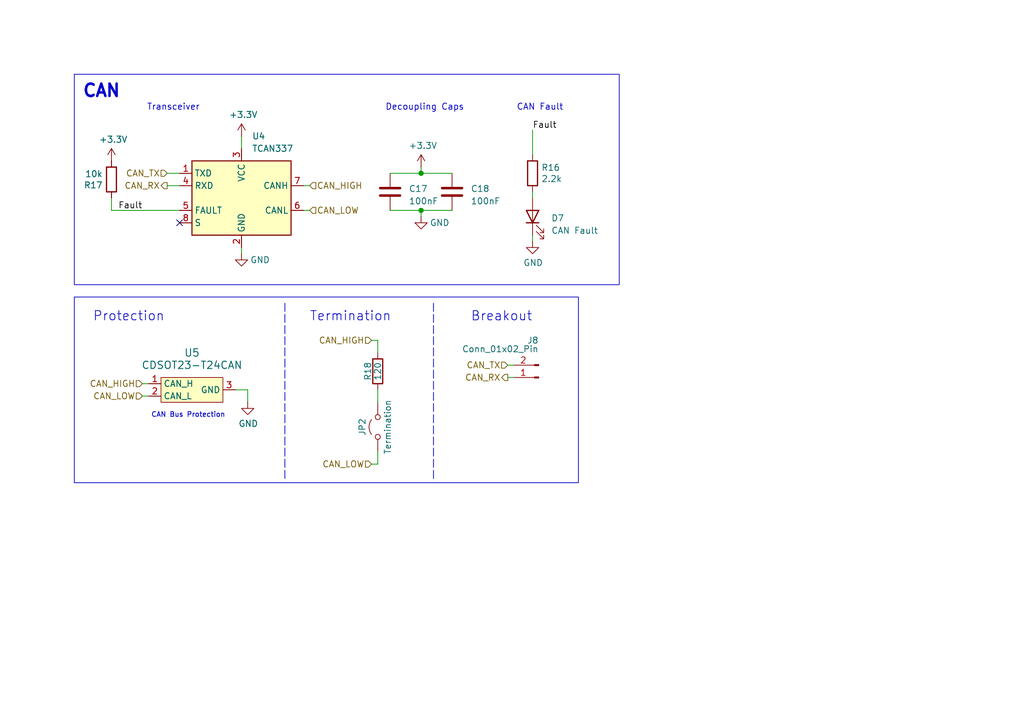
<source format=kicad_sch>
(kicad_sch (version 20250114) (generator "eeschema") (generator_version "9.0")
  (paper "A5")
  (lib_symbols
    (symbol "Connector:Conn_01x02_Pin" (pin_names (offset 1.016) (hide yes))
      (property "Reference" "J" (at 0 2.54 0))
      (property "Value" "Conn_01x02_Pin" (at 0 -5.08 0))
      (symbol "Conn_01x02_Pin_1_1"
        (rectangle (start 0.8636 0.127) (end 0 -0.127) (stroke (width 0.1524)) (fill (type outline)))
        (rectangle (start 0.8636 -2.413) (end 0 -2.667) (stroke (width 0.1524)) (fill (type outline)))
        (polyline (pts (xy 1.27 0) (xy 0.8636 0)) (stroke (width 0.1524)))
        (polyline (pts (xy 1.27 -2.54) (xy 0.8636 -2.54)) (stroke (width 0.1524)))
        (pin passive line (at 5.08 0 180) (length 3.81) (name "Pin_1") (number "1"))
        (pin passive line (at 5.08 -2.54 180) (length 3.81) (name "Pin_2") (number "2"))
      )
    )
    (symbol "Device:C" (pin_numbers (hide yes)) (pin_names (offset 0.254))
      (property "Reference" "C" (at 0.635 2.54 0))
      (property "Value" "C" (at 0.635 -2.54 0))
      (symbol "C_0_1"
        (polyline (pts (xy -2.032 0.762) (xy 2.032 0.762)) (stroke (width 0.508)))
        (polyline (pts (xy -2.032 -0.762) (xy 2.032 -0.762)) (stroke (width 0.508)))
      )
      (symbol "C_1_1"
        (pin passive line (at 0 3.81 270) (length 2.794) (name "~") (number "1"))
        (pin passive line (at 0 -3.81 90) (length 2.794) (name "~") (number "2"))
      )
    )
    (symbol "Device:LED" (pin_numbers (hide yes)) (pin_names (offset 1.016) (hide yes))
      (property "Reference" "D" (at 0 2.54 0))
      (property "Value" "LED" (at 0 -2.54 0))
      (symbol "LED_0_1"
        (polyline (pts (xy -3.048 -0.762) (xy -4.572 -2.286) (xy -3.81 -2.286) (xy -4.572 -2.286) (xy -4.572 -1.524)))
        (polyline (pts (xy -1.778 -0.762) (xy -3.302 -2.286) (xy -2.54 -2.286) (xy -3.302 -2.286) (xy -3.302 -1.524)))
        (polyline (pts (xy -1.27 0) (xy 1.27 0)))
        (polyline (pts (xy -1.27 -1.27) (xy -1.27 1.27)) (stroke (width 0.254)))
        (polyline (pts (xy 1.27 -1.27) (xy 1.27 1.27) (xy -1.27 0) (xy 1.27 -1.27)) (stroke (width 0.254)))
      )
      (symbol "LED_1_1"
        (pin passive line (at -3.81 0 0) (length 2.54) (name "K") (number "1"))
        (pin passive line (at 3.81 0 180) (length 2.54) (name "A") (number "2"))
      )
    )
    (symbol "Device:R" (pin_numbers (hide yes)) (pin_names (offset 0))
      (property "Reference" "R" (at 2.032 0 90))
      (property "Value" "R" (at 0 0 90))
      (symbol "R_0_1"
        (rectangle (start -1.016 -2.54) (end 1.016 2.54) (stroke (width 0.254)))
      )
      (symbol "R_1_1"
        (pin passive line (at 0 3.81 270) (length 1.27) (name "~") (number "1"))
        (pin passive line (at 0 -3.81 90) (length 1.27) (name "~") (number "2"))
      )
    )
    (symbol "Jumper:Jumper_2_Open" (pin_numbers (hide yes)) (pin_names (offset 0) (hide yes)) (exclude_from_sim yes)
      (property "Reference" "JP" (at 0 2.794 0))
      (property "Value" "Jumper_2_Open" (at 0 -2.286 0))
      (symbol "Jumper_2_Open_0_0"
        (circle (center -2.032 0) (radius 0.508))
        (circle (center 2.032 0) (radius 0.508))
      )
      (symbol "Jumper_2_Open_0_1"
        (arc (start -1.524 1.27) (mid 0 1.778) (end 1.524 1.27))
      )
      (symbol "Jumper_2_Open_1_1"
        (pin passive line (at -5.08 0 0) (length 2.54) (name "A") (number "1"))
        (pin passive line (at 5.08 0 180) (length 2.54) (name "B") (number "2"))
      )
    )
    (symbol "power:+3.3V" (power) (pin_numbers (hide yes)) (pin_names (offset 0) (hide yes))
      (property "Value" "+3.3V" (at 0 3.556 0))
      (symbol "+3.3V_0_1"
        (polyline (pts (xy -0.762 1.27) (xy 0 2.54)))
        (polyline (pts (xy 0 2.54) (xy 0.762 1.27)))
        (polyline (pts (xy 0 0) (xy 0 2.54)))
      )
      (symbol "+3.3V_1_1"
        (pin power_in line (at 0 0 90) (length 0) (name "~") (number "1"))
      )
    )
    (symbol "power:GND" (power) (pin_numbers (hide yes)) (pin_names (offset 0) (hide yes))
      (property "Value" "GND" (at 0 -3.81 0))
      (symbol "GND_0_1"
        (polyline (pts (xy 0 0) (xy 0 -1.27) (xy 1.27 -1.27) (xy 0 -2.54) (xy -1.27 -1.27) (xy 0 -1.27)))
      )
      (symbol "GND_1_1"
        (pin power_in line (at 0 0 270) (length 0) (name "~") (number "1"))
      )
    )
    (symbol "utsvt-ics:CDSOT23-T24CAN"
      (property "Reference" "U3" (at 0 6.985 0))
      (property "Value" "CDSOT23-T24CAN" (at 0 4.445 0))
      (symbol "CDSOT23-T24CAN_0_1"
        (rectangle (start 6.35 2.54) (end -6.35 -2.54) (fill (type background)))
      )
      (symbol "CDSOT23-T24CAN_1_1"
        (pin passive line (at -8.89 1.27 0) (length 2.54) (name "CAN_H") (number "1"))
        (pin passive line (at -8.89 -1.27 0) (length 2.54) (name "CAN_L") (number "2"))
        (pin passive line (at 8.89 0 180) (length 2.54) (name "GND") (number "3"))
      )
    )
    (symbol "utsvt-ics:TCAN337"
      (property "Reference" "U" (at -10.16 8.89 0))
      (property "Value" "TCAN337" (at 2.54 8.89 0))
      (symbol "TCAN337_0_1"
        (rectangle (start -10.16 7.62) (end 10.16 -7.62) (stroke (width 0.254)) (fill (type background)))
      )
      (symbol "TCAN337_1_1"
        (pin input line (at -12.7 5.08 0) (length 2.54) (name "TXD") (number "1"))
        (pin tri_state line (at -12.7 2.54 0) (length 2.54) (name "RXD") (number "4"))
        (pin open_collector line (at -12.7 -2.54 0) (length 2.54) (name "FAULT") (number "5"))
        (pin input line (at -12.7 -5.08 0) (length 2.54) (name "S") (number "8"))
        (pin power_in line (at 0 10.16 270) (length 2.54) (name "VCC") (number "3"))
        (pin power_in line (at 0 -10.16 90) (length 2.54) (name "GND") (number "2"))
        (pin bidirectional line (at 12.7 2.54 180) (length 2.54) (name "CANH") (number "7"))
        (pin bidirectional line (at 12.7 -2.54 180) (length 2.54) (name "CANL") (number "6"))
      )
    )
  )
  (rectangle (start 15.24 15.24) (end 127 58.42))
  (rectangle (start 15.24 60.96) (end 118.618 99.06))
  (text "Termination" (at 71.882 65.024 0) (effects (font (size 1.905 1.905))))
  (text "Breakout" (at 102.87 65.024 0) (effects (font (size 1.905 1.905))))
  (text "Transceiver" (at 35.56 22.098 0) (effects (font (size 1.27 1.27))))
  (text "Decoupling Caps" (at 87.122 22.098 0) (effects (font (size 1.27 1.27))))
  (text "Protection" (at 26.416 65.024 0) (effects (font (size 1.905 1.905))))
  (text "CAN Fault" (at 110.744 22.098 0) (effects (font (size 1.27 1.27))))
  (text "CAN" (at 20.828 18.796 0) (effects (font (size 2.54 2.54) (thickness 0.508) (bold yes))))
  (text "CAN Bus Protection" (at 30.988 85.852 0) (effects (font (size 1.016 1.016)) (justify left bottom)))
  (junction (at 86.36 43.18))
  (junction (at 86.36 35.56))
  (no_connect (at 36.83 45.72))
  (wire (pts (xy 77.47 92.71) (xy 77.47 95.25)))
  (wire (pts (xy 76.2 95.25) (xy 77.47 95.25)))
  (wire (pts (xy 86.36 43.18) (xy 86.36 44.45)))
  (wire (pts (xy 109.22 26.67) (xy 109.22 31.75)))
  (wire (pts (xy 86.36 34.29) (xy 86.36 35.56)))
  (wire (pts (xy 86.36 35.56) (xy 92.71 35.56)))
  (wire (pts (xy 80.01 43.18) (xy 86.36 43.18)))
  (wire (pts (xy 109.22 48.26) (xy 109.22 49.53)))
  (wire (pts (xy 80.01 35.56) (xy 86.36 35.56)))
  (wire (pts (xy 50.8 80.01) (xy 50.8 82.55)))
  (wire (pts (xy 104.14 74.93) (xy 105.41 74.93)))
  (wire (pts (xy 109.22 39.37) (xy 109.22 40.64)))
  (wire (pts (xy 104.14 77.47) (xy 105.41 77.47)))
  (wire (pts (xy 77.47 69.85) (xy 77.47 72.39)))
  (wire (pts (xy 49.53 27.94) (xy 49.53 30.48)))
  (wire (pts (xy 76.2 69.85) (xy 77.47 69.85)))
  (polyline (pts (xy 88.9 62.23) (xy 88.9 98.298)) (stroke (width 0) (type dash)))
  (wire (pts (xy 34.29 38.1) (xy 36.83 38.1)))
  (wire (pts (xy 29.21 81.28) (xy 30.48 81.28)))
  (polyline (pts (xy 58.42 62.23) (xy 58.42 98.298)) (stroke (width 0) (type dash)))
  (wire (pts (xy 86.36 43.18) (xy 92.71 43.18)))
  (wire (pts (xy 22.86 43.18) (xy 36.83 43.18)))
  (wire (pts (xy 62.23 38.1) (xy 63.5 38.1)))
  (wire (pts (xy 34.29 35.56) (xy 36.83 35.56)))
  (wire (pts (xy 77.47 80.01) (xy 77.47 82.55)))
  (wire (pts (xy 29.21 78.74) (xy 30.48 78.74)))
  (wire (pts (xy 62.23 43.18) (xy 63.5 43.18)))
  (wire (pts (xy 22.86 40.64) (xy 22.86 43.18)))
  (wire (pts (xy 48.26 80.01) (xy 50.8 80.01)))
  (wire (pts (xy 49.53 50.8) (xy 49.53 52.07)))
  (label "Fault" (at 109.22 26.67 0))
  (label "Fault" (at 29.21 43.18 180))
  (hierarchical_label "CAN_LOW" (shape input) (at 29.21 81.28 180))
  (hierarchical_label "CAN_LOW" (shape input) (at 63.5 43.18 0))
  (hierarchical_label "CAN_LOW" (shape input) (at 76.2 95.25 180))
  (hierarchical_label "CAN_HIGH" (shape input) (at 29.21 78.74 180))
  (hierarchical_label "CAN_RX" (shape output) (at 34.29 38.1 180))
  (hierarchical_label "CAN_TX" (shape input) (at 34.29 35.56 180))
  (hierarchical_label "CAN_HIGH" (shape input) (at 76.2 69.85 180))
  (hierarchical_label "CAN_TX" (shape input) (at 104.14 74.93 180))
  (hierarchical_label "CAN_RX" (shape output) (at 104.14 77.47 180))
  (hierarchical_label "CAN_HIGH" (shape input) (at 63.5 38.1 0))
  (symbol (lib_id "Device:LED") (at 109.22 44.45 90) (unit 1)
    (property "Reference" "D7" (at 113.03 44.7674 90) (effects (justify right)))
    (property "Value" "CAN Fault" (at 113.03 47.3074 90) (effects (justify right)))
    (property "Footprint" "LED_SMD:LED_0805_2012Metric" (effects (hide yes)))
    (property "Description" "Light emitting diode" (effects (hide yes)))
    (property "Mouser Part Number" "604-APTD2012LCGCK" (effects (hide yes)))
    (property "P/N" "APTD2012LCGCK" (effects (hide yes)))
    (property "Sim.Pins" "1=K 2=A" (effects (hide yes)))
  )
  (symbol (lib_id "power:GND") (at 50.8 82.55 0) (unit 1)
    (property "Reference" "#PWR047" (effects (hide yes)))
    (property "Value" "GND" (at 50.927 86.9442 0))
    (property "Description" "Power symbol creates a global label with name \"GND\" , ground" (effects (hide yes)))
  )
  (symbol (lib_id "Device:C") (at 80.01 39.37 0) (unit 1)
    (property "Reference" "C17" (at 83.82 38.735 0) (effects (justify left)))
    (property "Value" "100nF" (at 83.82 41.275 0) (effects (justify left)))
    (property "Footprint" "Capacitor_SMD:C_0805_2012Metric" (effects (hide yes)))
    (property "Description" "Unpolarized capacitor" (effects (hide yes)))
    (property "Mouser Part Number" "80-C0805C104M5R" (effects (hide yes)))
    (property "P/N" "C0805C104M5RACTU" (effects (hide yes)))
  )
  (symbol (lib_id "Device:R") (at 22.86 36.83 180) (unit 1)
    (property "Reference" "R17" (at 21.082 37.9984 0) (effects (justify left)))
    (property "Value" "10k" (at 21.082 35.687 0) (effects (justify left)))
    (property "Footprint" "Resistor_SMD:R_0805_2012Metric" (effects (hide yes)))
    (property "Description" "Resistor" (effects (hide yes)))
    (property "P/N" "CRCW08054K70FKEA" (effects (hide yes)))
  )
  (symbol (lib_id "Device:R") (at 77.47 76.2 180) (unit 1)
    (property "Reference" "R18" (at 75.438 76.2 90))
    (property "Value" "120" (at 77.47 76.2 90))
    (property "Footprint" "Resistor_SMD:R_0805_2012Metric" (effects (hide yes)))
    (property "Description" "Resistor" (effects (hide yes)))
    (property "Mouser Part Number" "71-CRCW080559R0FKEA" (effects (hide yes)))
    (property "P/N" "CRCW080559R0FKEA" (effects (hide yes)))
  )
  (symbol (lib_id "power:GND") (at 109.22 49.53 0) (unit 1)
    (property "Reference" "#PWR045" (effects (hide yes)))
    (property "Value" "GND" (at 109.347 53.9242 0))
    (property "Description" "Power symbol creates a global label with name \"GND\" , ground" (effects (hide yes)))
  )
  (symbol (lib_id "Jumper:Jumper_2_Open") (at 77.47 87.63 90) (unit 1)
    (property "Reference" "JP2" (at 74.295 87.63 0))
    (property "Value" "Termination" (at 79.502 87.63 0))
    (property "Footprint" "Connector_PinHeader_2.54mm:PinHeader_1x02_P2.54mm_Vertical" (effects (hide yes)))
    (property "Description" "Jumper, 2-pole, open" (effects (hide yes)))
  )
  (symbol (lib_id "Connector:Conn_01x02_Pin") (at 110.49 77.47 180) (unit 1)
    (property "Reference" "J8" (at 110.49 69.85 0) (effects (justify left)))
    (property "Value" "Conn_01x02_Pin" (at 110.49 71.628 0) (effects (justify left)))
    (property "Footprint" "Connector_PinHeader_2.54mm:PinHeader_1x02_P2.54mm_Vertical" (effects (hide yes)))
    (property "Description" "Generic connector, single row, 01x02, script generated" (effects (hide yes)))
  )
  (symbol (lib_id "utsvt-ics:CDSOT23-T24CAN") (at 39.37 80.01 0) (unit 1)
    (property "Reference" "U5" (at 39.37 72.39 0) (effects (font (size 1.524 1.524))))
    (property "Value" "CDSOT23-T24CAN" (at 39.37 74.93 0) (effects (font (size 1.524 1.524))))
    (property "Footprint" "UTSVT_ICs:CDSOT23-T24CAN" (effects (hide yes)))
    (property "Datasheet" "https://www.mouser.com/ProductDetail/652-CDSOT23-T24CAN" (effects (hide yes)))
    (property "Description" "CAN Bus Protector" (effects (hide yes)))
    (property "P/N" "CDSOT23-T24CAN" (effects (hide yes)))
  )
  (symbol (lib_id "power:+3.3V") (at 22.86 33.02 0) (unit 1)
    (property "Reference" "#PWR042" (effects (hide yes)))
    (property "Value" "+3.3V" (at 23.241 28.6258 0))
    (property "Description" "Power symbol creates a global label with name \"+3.3V\"" (effects (hide yes)))
  )
  (symbol (lib_id "Device:C") (at 92.71 39.37 0) (unit 1)
    (property "Reference" "C18" (at 96.52 38.735 0) (effects (justify left)))
    (property "Value" "100nF" (at 96.52 41.275 0) (effects (justify left)))
    (property "Footprint" "Capacitor_SMD:C_0805_2012Metric" (effects (hide yes)))
    (property "Description" "Unpolarized capacitor" (effects (hide yes)))
    (property "Mouser Part Number" "80-C0805C104M5R" (effects (hide yes)))
    (property "P/N" "C0805C104M5RACTU" (effects (hide yes)))
  )
  (symbol (lib_id "utsvt-ics:TCAN337") (at 49.53 40.64 0) (unit 1)
    (property "Reference" "U4" (at 51.6733 27.94 0) (effects (justify left)))
    (property "Value" "TCAN337" (at 51.6733 30.48 0) (effects (justify left)))
    (property "Footprint" "UTSVT_ICs:TCAN337DCNR" (effects (hide yes)))
    (property "Datasheet" "http://www.ti.com/lit/ds/symlink/tcan337.pdf" (effects (hide yes)))
    (property "Description" "High-Speed CAN Transceiver, 1Mbps, 3.3V supply, silent mode, fault output, SOT-23-8/SOIC-8" (effects (hide yes)))
    (property "P/N" "TCAN337DCNR" (effects (hide yes)))
  )
  (symbol (lib_id "power:+3.3V") (at 49.53 27.94 0) (unit 1)
    (property "Reference" "#PWR041" (effects (hide yes)))
    (property "Value" "+3.3V" (at 49.911 23.5458 0))
    (property "Description" "Power symbol creates a global label with name \"+3.3V\"" (effects (hide yes)))
  )
  (symbol (lib_id "power:GND") (at 86.36 44.45 0) (unit 1)
    (property "Reference" "#PWR044" (effects (hide yes)))
    (property "Value" "GND" (at 90.17 45.72 0))
    (property "Description" "Power symbol creates a global label with name \"GND\" , ground" (effects (hide yes)))
  )
  (symbol (lib_id "power:GND") (at 49.53 52.07 0) (unit 1)
    (property "Reference" "#PWR046" (effects (hide yes)))
    (property "Value" "GND" (at 53.34 53.34 0))
    (property "Description" "Power symbol creates a global label with name \"GND\" , ground" (effects (hide yes)))
  )
  (symbol (lib_id "power:+3.3V") (at 86.36 34.29 0) (unit 1)
    (property "Reference" "#PWR043" (effects (hide yes)))
    (property "Value" "+3.3V" (at 86.741 29.8958 0))
    (property "Description" "Power symbol creates a global label with name \"+3.3V\"" (effects (hide yes)))
  )
  (symbol (lib_id "Device:R") (at 109.22 35.56 0) (unit 1)
    (property "Reference" "R16" (at 110.998 34.3916 0) (effects (justify left)))
    (property "Value" "2.2k" (at 110.998 36.703 0) (effects (justify left)))
    (property "Footprint" "Resistor_SMD:R_0805_2012Metric" (effects (hide yes)))
    (property "Description" "Resistor" (effects (hide yes)))
    (property "Mouser Part Number" "Inventory" (effects (hide yes)))
    (property "P/N" "SDR10EZPF2200" (effects (hide yes)))
  )
)
</source>
